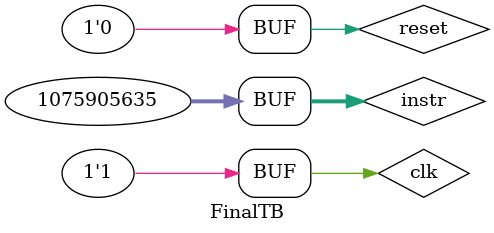
<source format=v>
module FinalTB();

reg clk;
reg reset;
reg [31:0]instr;
wire [31:0]Final_Out;

finalCompLab TbFinalCompLab_1(.clk(clk),.reset(reset),.Final_Out(Final_Out),.instr(instr));


initial begin

 instr <= 32'b00000000010000000000000010010011;
 reset <= 0;
 clk <= 0;
#50;
 clk <= 1;
 #50;
 reset <= 1;
 clk <= 0;
 #50;
 clk <=1;
 #50;
 clk <=0;
 reset <=0;
 #50;
 instr <= 32'b00000000100000000000000100010011;
 clk <=1;
 #50;
 clk <=0;
 #50;
 instr<= 32'b00000000001000001000000110110011;
 clk <=1;
 #50;
 clk<= 0;
 #50;
 instr <= 32'b00000000000100000000000000100011;
 clk <=1;
 #50;
 clk<= 0;
 #50;
 instr <= 32'b00000000001000000000001000100011;
 clk <=1;
 #50;
 clk <=0;
 #50;
 instr <= 32'b00000000000000000000001000000011;
 clk<= 1;
 #50;
 clk <=0;
 #50;
 instr<= 32'b01000000001000010000010001100011;
 clk<= 1;
 #50;
 clk<= 1;
 clk <=0;
 #50;
 clk <=1;
 #50;

end



endmodule

</source>
